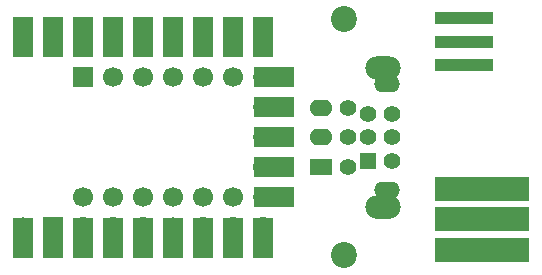
<source format=gts>
G04 #@! TF.GenerationSoftware,KiCad,Pcbnew,7.0.2*
G04 #@! TF.CreationDate,2024-01-20T07:38:39+00:00*
G04 #@! TF.ProjectId,game-boy-zero-link-board,67616d65-2d62-46f7-992d-7a65726f2d6c,rev?*
G04 #@! TF.SameCoordinates,Original*
G04 #@! TF.FileFunction,Soldermask,Top*
G04 #@! TF.FilePolarity,Negative*
%FSLAX46Y46*%
G04 Gerber Fmt 4.6, Leading zero omitted, Abs format (unit mm)*
G04 Created by KiCad (PCBNEW 7.0.2) date 2024-01-20 07:38:39*
%MOMM*%
%LPD*%
G01*
G04 APERTURE LIST*
%ADD10R,8.000000X2.000000*%
%ADD11R,5.000000X1.000000*%
%ADD12C,2.200000*%
%ADD13C,1.700000*%
%ADD14R,1.700000X3.500000*%
%ADD15O,1.700000X1.700000*%
%ADD16R,3.500000X1.700000*%
%ADD17R,1.700000X1.700000*%
%ADD18R,1.940000X1.400000*%
%ADD19R,1.400000X1.400000*%
%ADD20C,1.400000*%
%ADD21O,1.940000X1.400000*%
%ADD22O,3.000000X2.000000*%
%ADD23O,2.200000X1.400000*%
G04 APERTURE END LIST*
D10*
X111260000Y-105385000D03*
X111260000Y-102785000D03*
X111260000Y-100285000D03*
D11*
X109710000Y-89785000D03*
X109710000Y-87785000D03*
X109710000Y-85785000D03*
D12*
X99550000Y-85885000D03*
X99550000Y-105885000D03*
D13*
X72390000Y-88265000D03*
D14*
X72390000Y-87365000D03*
D15*
X74930000Y-88265000D03*
D14*
X74930000Y-87365000D03*
D13*
X77470000Y-88265000D03*
D14*
X77470000Y-87365000D03*
D15*
X80010000Y-88265000D03*
D14*
X80010000Y-87365000D03*
D15*
X82550000Y-88265000D03*
D14*
X82550000Y-87365000D03*
D15*
X85090000Y-88265000D03*
D14*
X85090000Y-87365000D03*
D15*
X87630000Y-88265000D03*
D14*
X87630000Y-87365000D03*
D13*
X90170000Y-88265000D03*
D14*
X90170000Y-87365000D03*
D15*
X92710000Y-88265000D03*
D14*
X92710000Y-87365000D03*
D15*
X92710000Y-90805000D03*
D16*
X93610000Y-90805000D03*
D15*
X92710000Y-93345000D03*
D16*
X93610000Y-93345000D03*
D15*
X92710000Y-95885000D03*
D16*
X93610000Y-95885000D03*
D13*
X92710000Y-98425000D03*
D16*
X93610000Y-98425000D03*
D15*
X92710000Y-100965000D03*
D16*
X93610000Y-100965000D03*
D15*
X92710000Y-103505000D03*
D14*
X92710000Y-104405000D03*
D15*
X90170000Y-103505000D03*
D14*
X90170000Y-104405000D03*
D15*
X87630000Y-103505000D03*
D14*
X87630000Y-104405000D03*
D13*
X85090000Y-103505000D03*
D14*
X85090000Y-104405000D03*
D15*
X82550000Y-103505000D03*
D14*
X82550000Y-104405000D03*
D15*
X80010000Y-103505000D03*
D14*
X80010000Y-104405000D03*
D15*
X77470000Y-103505000D03*
D14*
X77470000Y-104405000D03*
D17*
X74930000Y-103505000D03*
D14*
X74930000Y-104405000D03*
D13*
X72390000Y-103505000D03*
D14*
X72390000Y-104405000D03*
D17*
X77470000Y-90805000D03*
D13*
X80010000Y-90805000D03*
X82550000Y-90805000D03*
X85090000Y-90805000D03*
X87630000Y-90805000D03*
X90170000Y-90805000D03*
X77470000Y-100965000D03*
X80010000Y-100965000D03*
X82550000Y-100965000D03*
X85090000Y-100965000D03*
X87630000Y-100965000D03*
X90170000Y-100965000D03*
D18*
X97630000Y-98405000D03*
D19*
X101600000Y-97885000D03*
D20*
X99900000Y-98385000D03*
X103600000Y-97885000D03*
D21*
X97630000Y-95885000D03*
D20*
X101600000Y-95885000D03*
X99900000Y-95885000D03*
X103600000Y-95885000D03*
D21*
X97630000Y-93365000D03*
D20*
X101600000Y-93885000D03*
X99900000Y-93385000D03*
X103600000Y-93885000D03*
D22*
X102900000Y-90010000D03*
X102900000Y-101810000D03*
D23*
X103200000Y-91385000D03*
X103200000Y-100385000D03*
M02*

</source>
